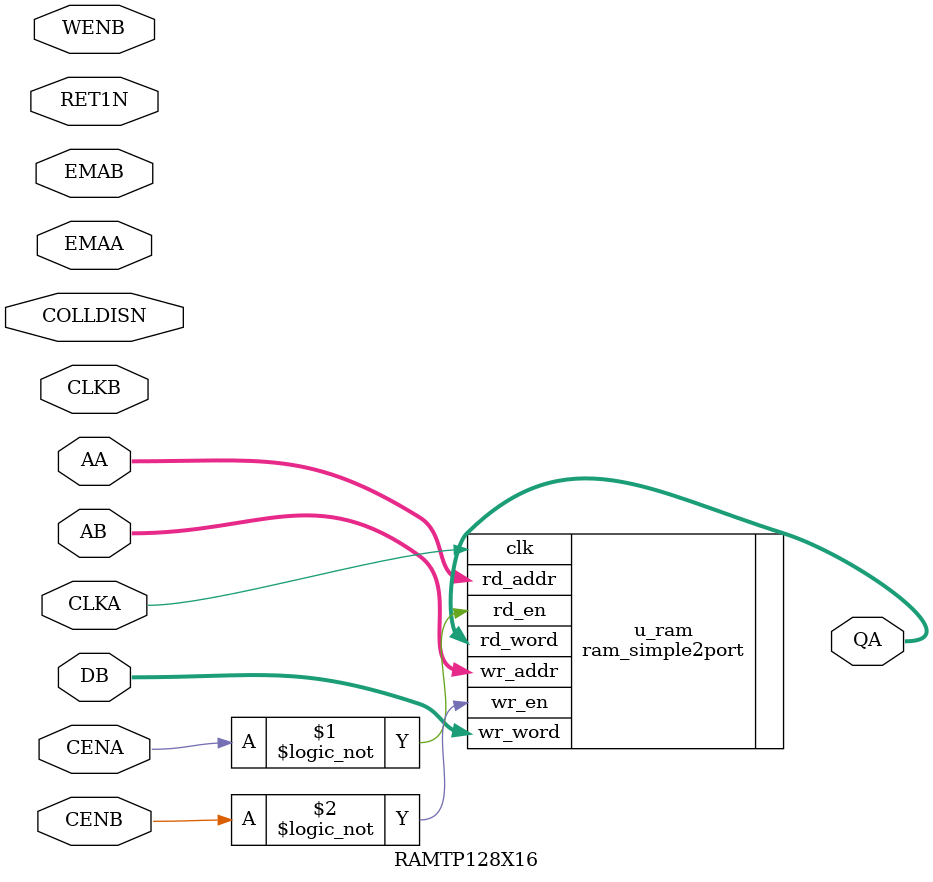
<source format=v>
module RAMTP1024X16 (
	input	wire 		CLKA,
	input	wire [9:0]	AA,
	output	wire [15:0]	QA,
	input	wire		CENA,

	input	wire		CLKB,
	input	wire [9:0]	AB,
	input	wire [15:0]	DB,
	input	wire		CENB,
	input	wire [15:0]	WENB,

	input	wire [2:0]	EMAA,
	input	wire [2:0]	EMAB,
	input	wire 		COLLDISN,
	input	wire 		RET1N
);


    ram_simple2port #(
        .BDADDR (10),
        .BDWORD (16)        
    ) u_ram (
        .clk		(CLKA),
        .rd_en		(!CENA),
        .rd_addr	(AA),
        .rd_word	(QA),
        .wr_en		(!CENB),
        .wr_addr	(AB),
        .wr_word	(DB)
    );

endmodule

module RAMTP128X16 (
	input	wire 		CLKA,
	input	wire [6:0]	AA,
	output	wire [15:0]	QA,
	input	wire		CENA,

	input	wire		CLKB,
	input	wire [6:0]	AB,
	input	wire [15:0]	DB,
	input	wire		CENB,
	input	wire [15:0]	WENB,

	input	wire [2:0]	EMAA,
	input	wire [2:0]	EMAB,
	input	wire 		COLLDISN,
	input	wire 		RET1N
);


    ram_simple2port #(
        .BDADDR (7),
        .BDWORD (16)        
    ) u_ram (
        .clk		(CLKA),
        .rd_en		(!CENA),
        .rd_addr	(AA),
        .rd_word	(QA),
        .wr_en		(!CENB),
        .wr_addr	(AB),
        .wr_word	(DB)
    );

endmodule
</source>
